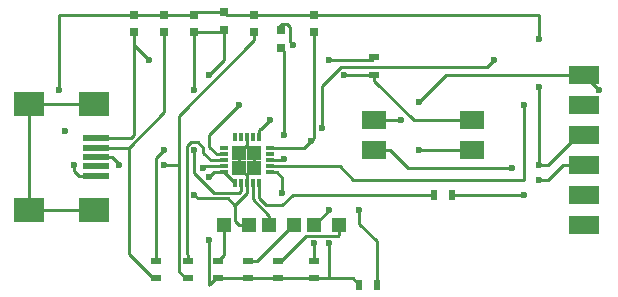
<source format=gtl>
G04 #@! TF.FileFunction,Copper,L1,Top,Signal*
%FSLAX46Y46*%
G04 Gerber Fmt 4.6, Leading zero omitted, Abs format (unit mm)*
G04 Created by KiCad (PCBNEW 4.0.0-rc1-stable) date 12/3/2015 7:42:29 PM*
%MOMM*%
G01*
G04 APERTURE LIST*
%ADD10C,0.100000*%
%ADD11R,0.900000X0.500000*%
%ADD12R,0.750000X0.800000*%
%ADD13R,1.198880X1.198880*%
%ADD14R,0.500000X0.900000*%
%ADD15R,2.159000X1.524000*%
%ADD16R,2.301240X0.500380*%
%ADD17R,2.499360X1.998980*%
%ADD18R,0.300000X0.730000*%
%ADD19R,0.730000X0.300000*%
%ADD20R,1.250000X1.250000*%
%ADD21R,2.540000X1.524000*%
%ADD22C,0.600000*%
%ADD23C,0.250000*%
G04 APERTURE END LIST*
D10*
D11*
X122440000Y-104660000D03*
X122440000Y-106160000D03*
D12*
X120650000Y-85320000D03*
X120650000Y-83820000D03*
X123190000Y-85320000D03*
X123190000Y-83820000D03*
X125730000Y-85320000D03*
X125730000Y-83820000D03*
D11*
X140970000Y-88900000D03*
X140970000Y-87400000D03*
D13*
X134178040Y-101600000D03*
X132080000Y-101600000D03*
X137988040Y-101600000D03*
X135890000Y-101600000D03*
D12*
X135890000Y-85320000D03*
X135890000Y-83820000D03*
X128270000Y-85090000D03*
X128270000Y-83590000D03*
X130810000Y-85320000D03*
X130810000Y-83820000D03*
D13*
X128270000Y-101600000D03*
X130368040Y-101600000D03*
D11*
X125210000Y-104660000D03*
X125210000Y-106160000D03*
X127750000Y-106160000D03*
X127750000Y-104660000D03*
X130290000Y-106160000D03*
X130290000Y-104660000D03*
X132830000Y-106160000D03*
X132830000Y-104660000D03*
X135890000Y-106160000D03*
X135890000Y-104660000D03*
D14*
X141200000Y-106680000D03*
X139700000Y-106680000D03*
D12*
X133096000Y-86614000D03*
X133096000Y-85114000D03*
D14*
X146050000Y-99060000D03*
X147550000Y-99060000D03*
D15*
X140970000Y-92710000D03*
X140970000Y-95250000D03*
X149225000Y-95250000D03*
X149225000Y-92710000D03*
D16*
X117358160Y-94279720D03*
X117358160Y-95079820D03*
X117358160Y-95879920D03*
X117358160Y-96680020D03*
X117358160Y-97480120D03*
D17*
X117259100Y-91429840D03*
X111760000Y-91429840D03*
X117259100Y-100330000D03*
X111760000Y-100330000D03*
D18*
X131165000Y-94184000D03*
X130665000Y-94184000D03*
X130165000Y-94184000D03*
X129665000Y-94184000D03*
X129165000Y-94184000D03*
D19*
X128200000Y-95149000D03*
X128200000Y-95649000D03*
X128200000Y-96149000D03*
X128200000Y-96649000D03*
X128200000Y-97149000D03*
D18*
X129165000Y-98114000D03*
X129665000Y-98114000D03*
X130165000Y-98114000D03*
X130665000Y-98114000D03*
X131165000Y-98114000D03*
D19*
X132130000Y-97149000D03*
X132130000Y-96649000D03*
X132130000Y-96149000D03*
X132130000Y-95649000D03*
X132130000Y-95149000D03*
D20*
X129540000Y-96774000D03*
X130790000Y-96774000D03*
X129540000Y-95524000D03*
X130790000Y-95524000D03*
D21*
X158750000Y-88900000D03*
X158750000Y-91440000D03*
X158750000Y-93980000D03*
X158750000Y-96520000D03*
X158750000Y-99060000D03*
X158750000Y-101600000D03*
D22*
X114759740Y-93680280D03*
X137160000Y-87630000D03*
X121920000Y-87630000D03*
X154940000Y-85852000D03*
X154940000Y-89916000D03*
X115570000Y-96520000D03*
X125730000Y-99060000D03*
X114300000Y-90170000D03*
X154940000Y-96520000D03*
X125730000Y-95250000D03*
X138430000Y-88900000D03*
X126998051Y-88898051D03*
X125728051Y-90168051D03*
X123190000Y-96520000D03*
X119380000Y-96520000D03*
X126979086Y-97539303D03*
X135635996Y-94488000D03*
X137160000Y-103149451D03*
X127000000Y-102870000D03*
X133350000Y-96012000D03*
X133350000Y-93980000D03*
X144780000Y-95250000D03*
X134112000Y-86360000D03*
X139700000Y-100385010D03*
X129540000Y-91440000D03*
X137160000Y-100385010D03*
X144780000Y-91186000D03*
X143256000Y-92710000D03*
X160020000Y-90170000D03*
X154940000Y-97790000D03*
X152654000Y-96774000D03*
X153670000Y-91440000D03*
X136515020Y-93434454D03*
X151130000Y-87630000D03*
X132135011Y-92702354D03*
X153670000Y-99060000D03*
X126491992Y-96774000D03*
X123190000Y-95250000D03*
X133113028Y-98952604D03*
X135890000Y-103149451D03*
D23*
X137160000Y-87630000D02*
X140740000Y-87630000D01*
X140740000Y-87630000D02*
X140970000Y-87400000D01*
X120650000Y-85320000D02*
X120650000Y-86360000D01*
X120650000Y-86360000D02*
X121920000Y-87630000D01*
X120650000Y-93980000D02*
X120350280Y-94279720D01*
X120350280Y-94279720D02*
X117358160Y-94279720D01*
X120650000Y-85320000D02*
X120650000Y-93980000D01*
X129194441Y-99984441D02*
X129194441Y-99913559D01*
X129194441Y-99913559D02*
X130165000Y-98943000D01*
X130165000Y-98943000D02*
X130165000Y-98729000D01*
X130165000Y-98729000D02*
X130165000Y-98114000D01*
X129540000Y-96774000D02*
X130165000Y-97399000D01*
X130165000Y-97399000D02*
X130165000Y-98114000D01*
X129540000Y-95524000D02*
X129540000Y-96774000D01*
X130790000Y-95524000D02*
X130790000Y-96774000D01*
X130165000Y-94184000D02*
X130165000Y-94899000D01*
X130165000Y-94899000D02*
X129540000Y-95524000D01*
X127762000Y-99359999D02*
X127970001Y-99359999D01*
X126029999Y-99359999D02*
X127762000Y-99359999D01*
X127762000Y-99359999D02*
X128569999Y-99359999D01*
X128569999Y-99359999D02*
X129194441Y-99984441D01*
X125730000Y-99060000D02*
X126029999Y-99359999D01*
X114300000Y-83820000D02*
X114300000Y-90170000D01*
X120650000Y-83820000D02*
X114300000Y-83820000D01*
X123190000Y-83820000D02*
X120650000Y-83820000D01*
X125730000Y-83820000D02*
X125105000Y-83820000D01*
X125105000Y-83820000D02*
X123190000Y-83820000D01*
X128270000Y-83590000D02*
X125960000Y-83590000D01*
X125960000Y-83590000D02*
X125730000Y-83820000D01*
X130810000Y-83820000D02*
X128500000Y-83820000D01*
X128500000Y-83820000D02*
X128270000Y-83590000D01*
X135890000Y-83820000D02*
X130810000Y-83820000D01*
X154940000Y-83820000D02*
X135890000Y-83820000D01*
X154940000Y-85852000D02*
X154940000Y-83820000D01*
X154940000Y-96520000D02*
X154940000Y-89916000D01*
X115570000Y-96520000D02*
X115570000Y-97092580D01*
X115957540Y-97480120D02*
X117358160Y-97480120D01*
X115570000Y-97092580D02*
X115957540Y-97480120D01*
X129194441Y-99984441D02*
X129194441Y-101275841D01*
X129194441Y-101275841D02*
X129518600Y-101600000D01*
X129518600Y-101600000D02*
X130368040Y-101600000D01*
X158750000Y-93980000D02*
X158242000Y-93980000D01*
X158242000Y-93980000D02*
X155702000Y-96520000D01*
X155702000Y-96520000D02*
X154940000Y-96520000D01*
X130810000Y-83820000D02*
X131435000Y-83820000D01*
X131435000Y-83820000D02*
X131510001Y-83895001D01*
X122440000Y-106160000D02*
X122240000Y-106160000D01*
X122240000Y-106160000D02*
X120186590Y-104106590D01*
X120186590Y-104106590D02*
X120186590Y-95079820D01*
X123190000Y-85320000D02*
X123190000Y-92076410D01*
X123190000Y-92076410D02*
X120186590Y-95079820D01*
X120186590Y-95079820D02*
X118758780Y-95079820D01*
X118758780Y-95079820D02*
X117358160Y-95079820D01*
X149225000Y-92710000D02*
X144280000Y-92710000D01*
X144280000Y-92710000D02*
X140970000Y-89400000D01*
X140970000Y-89400000D02*
X140970000Y-88900000D01*
X125730000Y-95250000D02*
X125730000Y-97215219D01*
X125730000Y-97215219D02*
X127424770Y-98909989D01*
X127424770Y-98909989D02*
X129484011Y-98909989D01*
X129484011Y-98909989D02*
X129665000Y-98729000D01*
X129665000Y-98729000D02*
X129665000Y-98114000D01*
X138430000Y-88900000D02*
X140970000Y-88900000D01*
X128270000Y-85090000D02*
X128270000Y-87626102D01*
X128270000Y-87626102D02*
X126998051Y-88898051D01*
X125730000Y-85320000D02*
X128040000Y-85320000D01*
X128040000Y-85320000D02*
X128270000Y-85090000D01*
X125730000Y-90170000D02*
X125728051Y-90168051D01*
X125730000Y-85320000D02*
X125730000Y-90170000D01*
X124400987Y-92379013D02*
X130810000Y-85970000D01*
X124400987Y-96460987D02*
X124400987Y-92379013D01*
X124460000Y-96520000D02*
X124400987Y-96460987D01*
X130810000Y-85970000D02*
X130810000Y-85320000D01*
X124434999Y-96545001D02*
X124460000Y-96520000D01*
X125010000Y-106160000D02*
X124434999Y-105584999D01*
X124434999Y-105584999D02*
X124434999Y-96545001D01*
X124460000Y-96520000D02*
X124294643Y-96520000D01*
X124294643Y-96520000D02*
X123190000Y-96520000D01*
X125210000Y-106160000D02*
X125010000Y-106160000D01*
X119380000Y-96501140D02*
X119380000Y-96520000D01*
X117358160Y-95879920D02*
X118758780Y-95879920D01*
X118758780Y-95879920D02*
X119380000Y-96501140D01*
X132130000Y-95149000D02*
X134974996Y-95149000D01*
X134974996Y-95149000D02*
X135635996Y-94488000D01*
X127369389Y-97149000D02*
X127279085Y-97239304D01*
X127279085Y-97239304D02*
X126979086Y-97539303D01*
X128200000Y-97149000D02*
X127369389Y-97149000D01*
X129165000Y-98114000D02*
X128200000Y-97149000D01*
X135890000Y-85320000D02*
X135890000Y-94233996D01*
X135890000Y-94233996D02*
X135635996Y-94488000D01*
X137092204Y-106160000D02*
X139180000Y-106160000D01*
X135890000Y-106160000D02*
X137092204Y-106160000D01*
X137092204Y-106160000D02*
X137092204Y-103217247D01*
X137092204Y-103217247D02*
X137160000Y-103149451D01*
X134620000Y-106160000D02*
X135890000Y-106160000D01*
X132830000Y-106160000D02*
X134620000Y-106160000D01*
X130290000Y-106160000D02*
X132830000Y-106160000D01*
X127750000Y-106160000D02*
X130290000Y-106160000D01*
X139180000Y-106160000D02*
X139700000Y-106680000D01*
X127750000Y-106160000D02*
X127550000Y-106160000D01*
X127550000Y-106160000D02*
X127055001Y-106654999D01*
X127055001Y-106654999D02*
X126974999Y-106654999D01*
X126974999Y-106654999D02*
X127000000Y-106680000D01*
X127000000Y-103910000D02*
X126974999Y-103935001D01*
X126974999Y-103935001D02*
X126974999Y-106654999D01*
X127000000Y-102870000D02*
X127000000Y-103910000D01*
X132130000Y-96149000D02*
X133213000Y-96149000D01*
X133213000Y-96149000D02*
X133350000Y-96012000D01*
X133350000Y-93980000D02*
X133350000Y-86868000D01*
X133350000Y-86868000D02*
X133096000Y-86614000D01*
X149225000Y-95250000D02*
X144780000Y-95250000D01*
X134112000Y-86360000D02*
X133800010Y-86048010D01*
X133800010Y-86048010D02*
X133800010Y-84903600D01*
X133800010Y-84903600D02*
X133536400Y-84639990D01*
X133536400Y-84639990D02*
X133163600Y-84639990D01*
X133163600Y-84639990D02*
X132899990Y-84903600D01*
X132899990Y-84903600D02*
X132899990Y-85114000D01*
X141200000Y-106680000D02*
X141200000Y-103028078D01*
X141200000Y-103028078D02*
X139700000Y-101528078D01*
X139700000Y-101528078D02*
X139700000Y-100385010D01*
X128270000Y-101600000D02*
X128270000Y-104140000D01*
X128270000Y-104140000D02*
X127750000Y-104660000D01*
X130290000Y-104660000D02*
X130990000Y-104660000D01*
X130990000Y-104660000D02*
X134050000Y-101600000D01*
X134050000Y-101600000D02*
X134178040Y-101600000D01*
X132080000Y-101600000D02*
X132080000Y-100885357D01*
X132080000Y-100885357D02*
X130665000Y-99470357D01*
X130665000Y-99470357D02*
X130665000Y-98114000D01*
X132830000Y-104660000D02*
X133030000Y-104660000D01*
X133030000Y-104660000D02*
X135165559Y-102524441D01*
X135165559Y-102524441D02*
X137913039Y-102524441D01*
X137913039Y-102524441D02*
X137988040Y-102449440D01*
X137988040Y-102449440D02*
X137988040Y-101600000D01*
X127000000Y-95049002D02*
X127000000Y-93980000D01*
X127000000Y-93980000D02*
X129540000Y-91440000D01*
X128200000Y-95649000D02*
X127599998Y-95649000D01*
X127599998Y-95649000D02*
X127000000Y-95049002D01*
X129540000Y-91440000D02*
X129189999Y-91790001D01*
X135890000Y-101600000D02*
X135945010Y-101600000D01*
X135945010Y-101600000D02*
X137160000Y-100385010D01*
X144780000Y-91186000D02*
X147066000Y-88900000D01*
X147066000Y-88900000D02*
X147320000Y-88900000D01*
X140970000Y-92710000D02*
X143256000Y-92710000D01*
X160020000Y-90170000D02*
X158750000Y-88900000D01*
X158750000Y-88900000D02*
X147320000Y-88900000D01*
X155702000Y-97790000D02*
X156972000Y-96520000D01*
X156972000Y-96520000D02*
X158750000Y-96520000D01*
X154940000Y-97790000D02*
X155702000Y-97790000D01*
X140970000Y-95250000D02*
X142299500Y-95250000D01*
X142299500Y-95250000D02*
X143823500Y-96774000D01*
X143823500Y-96774000D02*
X152654000Y-96774000D01*
X132130000Y-96649000D02*
X138051000Y-96649000D01*
X138051000Y-96649000D02*
X139192000Y-97790000D01*
X139192000Y-97790000D02*
X153670000Y-97790000D01*
X153670000Y-97790000D02*
X153670000Y-91440000D01*
X131365365Y-93472000D02*
X131262000Y-93472000D01*
X131262000Y-93472000D02*
X131165000Y-93569000D01*
X131165000Y-93569000D02*
X131165000Y-94184000D01*
X132135011Y-92702354D02*
X131365365Y-93472000D01*
X136515020Y-89889978D02*
X136515020Y-93010190D01*
X151130000Y-87630000D02*
X150485001Y-88274999D01*
X138129999Y-88274999D02*
X136515020Y-89889978D01*
X150485001Y-88274999D02*
X138129999Y-88274999D01*
X136515020Y-93010190D02*
X136515020Y-93434454D01*
X152638188Y-99060000D02*
X153670000Y-99060000D01*
X147550000Y-99060000D02*
X152638188Y-99060000D01*
X117259100Y-91429840D02*
X111760000Y-91429840D01*
X111760000Y-100330000D02*
X111760000Y-91429840D01*
X117259100Y-100330000D02*
X111760000Y-100330000D01*
X126616992Y-96649000D02*
X126491992Y-96774000D01*
X128200000Y-96649000D02*
X126616992Y-96649000D01*
X122440000Y-96000000D02*
X123190000Y-95250000D01*
X122440000Y-104660000D02*
X122440000Y-96000000D01*
X126492000Y-95086998D02*
X126492000Y-95504000D01*
X126492000Y-95504000D02*
X127137000Y-96149000D01*
X127137000Y-96149000D02*
X127585000Y-96149000D01*
X127585000Y-96149000D02*
X128200000Y-96149000D01*
X125210000Y-104160000D02*
X125104999Y-104054999D01*
X125104999Y-104054999D02*
X125104999Y-94949999D01*
X125104999Y-94949999D02*
X125429999Y-94624999D01*
X125429999Y-94624999D02*
X126030001Y-94624999D01*
X126030001Y-94624999D02*
X126492000Y-95086998D01*
X125210000Y-104660000D02*
X125210000Y-104160000D01*
X132842000Y-97282000D02*
X132842000Y-97246000D01*
X132842000Y-97246000D02*
X132745000Y-97149000D01*
X132745000Y-97149000D02*
X132130000Y-97149000D01*
X133113028Y-97553028D02*
X132842000Y-97282000D01*
X133113028Y-98952604D02*
X133113028Y-97553028D01*
X135890000Y-104660000D02*
X135890000Y-103149451D01*
X146050000Y-99060000D02*
X134073453Y-99060000D01*
X134073453Y-99060000D02*
X133175002Y-99958451D01*
X133175002Y-99958451D02*
X131789506Y-99958451D01*
X131789506Y-99958451D02*
X131165000Y-99333945D01*
X131165000Y-99333945D02*
X131165000Y-98114000D01*
M02*

</source>
